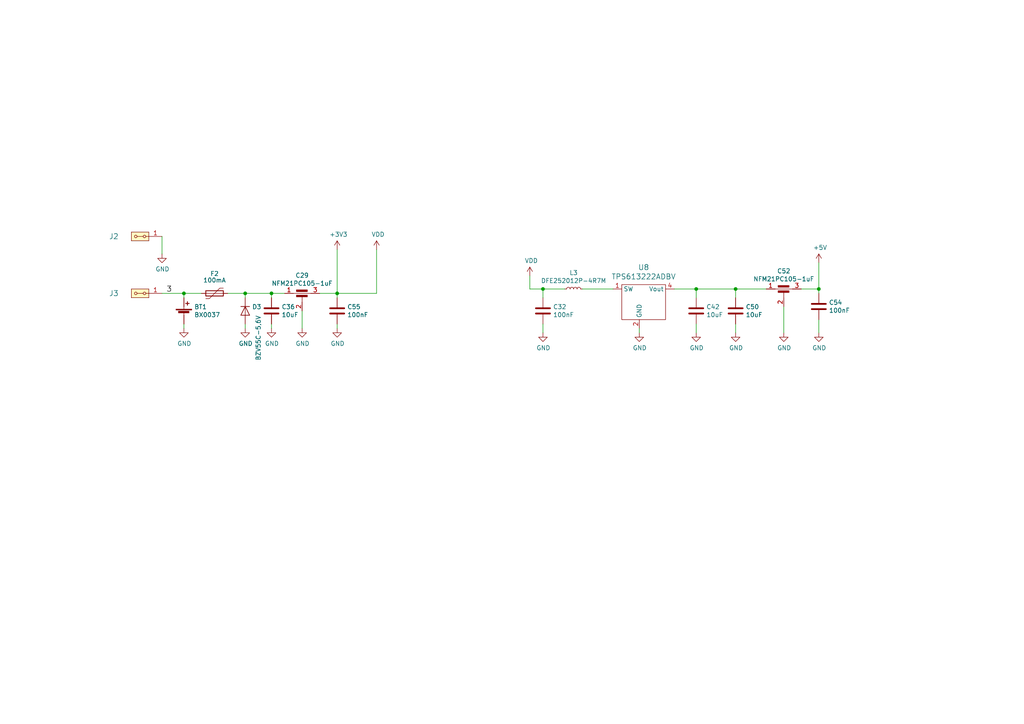
<source format=kicad_sch>
(kicad_sch (version 20210621) (generator eeschema)
  (paper "A4")
  (lib_symbols
    (symbol "Device:Battery_Cell" (pin_numbers hide) (pin_names (offset 0) hide)
      (property "Reference" "BT" (at 2.54 2.54 0))
      (property "Value" "Battery_Cell" (at 2.54 0 0))
      (symbol "Battery_Cell_0_1"
        (rectangle (start -2.286 1.778) (end 2.286 1.524) (fill (type outline)))
        (rectangle (start -1.5748 1.1938) (end 1.4732 0.6858) (fill (type outline)))
        (polyline (pts (xy 0 0.762) (xy 0 0)))
        (polyline (pts (xy 0 1.778) (xy 0 2.54)))
        (polyline (pts (xy 0.508 3.429) (xy 1.524 3.429)) (stroke (width 0.254)))
        (polyline (pts (xy 1.016 3.937) (xy 1.016 2.921)) (stroke (width 0.254)))
      )
      (symbol "Battery_Cell_1_1"
        (pin passive line (at 0 5.08 270) (length 2.54) (name "+") (number "1"))
        (pin passive line (at 0 -2.54 90) (length 2.54) (name "-") (number "2"))
      )
    )
    (symbol "Device:L_Small" (pin_numbers hide) (pin_names (offset 0.254) hide)
      (property "Reference" "L" (at 0.762 1.016 0))
      (property "Value" "L_Small" (at 0.762 -1.016 0))
      (symbol "L_Small_0_1"
        (arc (start 0 -2.032) (mid 0.508 -1.524) (end 0 -1.016))
        (arc (start 0 -1.016) (mid 0.508 -0.508) (end 0 0))
        (arc (start 0 0) (mid 0.508 0.508) (end 0 1.016))
        (arc (start 0 1.016) (mid 0.508 1.524) (end 0 2.032))
      )
      (symbol "L_Small_1_1"
        (pin passive line (at 0 2.54 270) (length 0.508) (name "~") (number "1"))
        (pin passive line (at 0 -2.54 90) (length 0.508) (name "~") (number "2"))
      )
    )
    (symbol "MLAB_HEADER:HEADER_2x01_PARALLEL" (pin_names (offset 1.016))
      (property "Reference" "J" (at 0 -2.54 0))
      (property "Value" "HEADER_2x01_PARALLEL" (at 0 2.54 0))
      (symbol "HEADER_2x01_PARALLEL_0_1"
        (rectangle (start -2.54 1.27) (end 2.54 -1.27) (fill (type background)))
        (circle (center -1.27 0) (radius 0.381))
        (polyline (pts (xy -1.651 0) (xy -2.54 0)))
        (polyline (pts (xy -0.889 0) (xy 0.889 0)))
        (circle (center 1.27 0) (radius 0.381))
      )
      (symbol "HEADER_2x01_PARALLEL_1_1"
        (pin input line (at -6.35 0 0) (length 3.81) (name "~") (number "1"))
        (pin input line (at -6.35 0 0) (length 3.81) hide (name "~") (number "2"))
      )
    )
    (symbol "MLAB_IO:TPS61322xA"
      (property "Reference" "U" (at 0 0 0))
      (property "Value" "TPS61322xA" (at 7.62 7.62 0))
      (symbol "TPS61322xA_0_1"
        (rectangle (start -5.08 3.81) (end 7.62 -6.35))
      )
      (symbol "TPS61322xA_1_1"
        (pin unspecified line (at -7.62 2.54 0) (length 2.54) (name "SW") (number "1"))
        (pin unspecified line (at 0 -8.89 90) (length 2.54) (name "GND") (number "2"))
        (pin unspecified line (at 10.16 2.54 180) (length 2.54) (name "Vout") (number "4"))
      )
    )
    (symbol "SPACEDOS02A_PCB01A-rescue:C-device-DATALOGGER01A-rescue-CCP2019V01A-rescue-SPACEDOS01A_PCB01A-rescue-SPACEDOS01B_PCB01A-rescue" (pin_numbers hide) (pin_names (offset 0.254))
      (property "Reference" "C" (at 0.635 2.54 0))
      (property "Value" "C-device-DATALOGGER01A-rescue-CCP2019V01A-rescue-SPACEDOS01A_PCB01A-rescue-SPACEDOS01B_PCB01A-rescue" (at 0.635 -2.54 0))
      (symbol "C-device-DATALOGGER01A-rescue-CCP2019V01A-rescue-SPACEDOS01A_PCB01A-rescue-SPACEDOS01B_PCB01A-rescue_0_1"
        (polyline (pts (xy -2.032 -0.762) (xy 2.032 -0.762)) (stroke (width 0.508)))
        (polyline (pts (xy -2.032 0.762) (xy 2.032 0.762)) (stroke (width 0.508)))
      )
      (symbol "C-device-DATALOGGER01A-rescue-CCP2019V01A-rescue-SPACEDOS01A_PCB01A-rescue-SPACEDOS01B_PCB01A-rescue_1_1"
        (pin passive line (at 0 3.81 270) (length 2.794) (name "~") (number "1"))
        (pin passive line (at 0 -3.81 90) (length 2.794) (name "~") (number "2"))
      )
    )
    (symbol "SPACEDOS02A_PCB01A-rescue:D-device-DATALOGGER01A-rescue-CCP2019V01A-rescue-SPACEDOS01A_PCB01A-rescue-SPACEDOS01B_PCB01A-rescue" (pin_numbers hide) (pin_names (offset 1.016) hide)
      (property "Reference" "D" (at 0 2.54 0))
      (property "Value" "D-device-DATALOGGER01A-rescue-CCP2019V01A-rescue-SPACEDOS01A_PCB01A-rescue-SPACEDOS01B_PCB01A-rescue" (at 0 -2.54 0))
      (symbol "D-device-DATALOGGER01A-rescue-CCP2019V01A-rescue-SPACEDOS01A_PCB01A-rescue-SPACEDOS01B_PCB01A-rescue_0_1"
        (polyline (pts (xy -1.27 1.27) (xy -1.27 -1.27)) (stroke (width 0.2032)))
        (polyline (pts (xy 1.27 0) (xy -1.27 0)))
        (polyline (pts (xy 1.27 1.27) (xy 1.27 -1.27) (xy -1.27 0) (xy 1.27 1.27)) (stroke (width 0.2032)))
      )
      (symbol "D-device-DATALOGGER01A-rescue-CCP2019V01A-rescue-SPACEDOS01A_PCB01A-rescue-SPACEDOS01B_PCB01A-rescue_1_1"
        (pin passive line (at -3.81 0 0) (length 2.54) (name "K") (number "1"))
        (pin passive line (at 3.81 0 180) (length 2.54) (name "A") (number "2"))
      )
    )
    (symbol "SPACEDOS02A_PCB01A-rescue:EMI_Filter_C-device-DATALOGGER01A-rescue-CCP2019V01A-rescue-SPACEDOS01A_PCB01A-rescue-SPACEDOS01B_PCB01A-rescue" (pin_names (offset 0.254) hide)
      (property "Reference" "C" (at 0 7.62 0))
      (property "Value" "EMI_Filter_C-device-DATALOGGER01A-rescue-CCP2019V01A-rescue-SPACEDOS01A_PCB01A-rescue-SPACEDOS01B_PCB01A-rescue" (at 0 5.715 0))
      (symbol "EMI_Filter_C-device-DATALOGGER01A-rescue-CCP2019V01A-rescue-SPACEDOS01A_PCB01A-rescue-SPACEDOS01B_PCB01A-rescue_0_1"
        (rectangle (start -1.651 1.524) (end 1.524 2.032) (fill (type outline)))
        (polyline (pts (xy -2.54 2.54) (xy 2.54 2.54)))
        (polyline (pts (xy 0 0) (xy 0 1.778)))
        (rectangle (start 1.524 3.048) (end -1.651 3.556) (fill (type outline)))
      )
      (symbol "EMI_Filter_C-device-DATALOGGER01A-rescue-CCP2019V01A-rescue-SPACEDOS01A_PCB01A-rescue-SPACEDOS01B_PCB01A-rescue_1_1"
        (pin passive line (at -5.08 2.54 0) (length 2.54) (name "1") (number "1"))
        (pin passive line (at 0 -2.54 90) (length 2.54) (name "2") (number "2"))
        (pin passive line (at 5.08 2.54 180) (length 2.54) (name "3") (number "3"))
      )
    )
    (symbol "SPACEDOS02A_PCB01A-rescue:Polyfuse-device-DATALOGGER01A-rescue-CCP2019V01A-rescue-SPACEDOS01A_PCB01A-rescue-SPACEDOS01B_PCB01A-rescue-SPACEDOS01B_PCB01A-rescue" (pin_numbers hide) (pin_names (offset 0))
      (property "Reference" "F" (at -2.54 0 90))
      (property "Value" "Polyfuse-device-DATALOGGER01A-rescue-CCP2019V01A-rescue-SPACEDOS01A_PCB01A-rescue-SPACEDOS01B_PCB01A-rescue-SPACEDOS01B_PCB01A-rescue" (at 2.54 0 90))
      (symbol "Polyfuse-device-DATALOGGER01A-rescue-CCP2019V01A-rescue-SPACEDOS01A_PCB01A-rescue-SPACEDOS01B_PCB01A-rescue-SPACEDOS01B_PCB01A-rescue_0_1"
        (rectangle (start -0.762 2.54) (end 0.762 -2.54) (stroke (width 0.254)))
        (polyline (pts (xy 0 2.54) (xy 0 -2.54)))
        (polyline (pts (xy -1.524 2.54) (xy -1.524 1.524) (xy 1.524 -1.524) (xy 1.524 -2.54)))
      )
      (symbol "Polyfuse-device-DATALOGGER01A-rescue-CCP2019V01A-rescue-SPACEDOS01A_PCB01A-rescue-SPACEDOS01B_PCB01A-rescue-SPACEDOS01B_PCB01A-rescue_1_1"
        (pin passive line (at 0 3.81 270) (length 1.27) (name "~") (number "1"))
        (pin passive line (at 0 -3.81 90) (length 1.27) (name "~") (number "2"))
      )
    )
    (symbol "power:+3.3V" (power) (pin_names (offset 0))
      (property "Value" "+3.3V" (at 0 3.556 0))
      (symbol "+3.3V_0_1"
        (polyline (pts (xy -0.762 1.27) (xy 0 2.54)))
        (polyline (pts (xy 0 0) (xy 0 2.54)))
        (polyline (pts (xy 0 2.54) (xy 0.762 1.27)))
      )
      (symbol "+3.3V_1_1"
        (pin power_in line (at 0 0 90) (length 0) hide (name "+3V3") (number "1"))
      )
    )
    (symbol "power:+5V" (power) (pin_names (offset 0))
      (property "Value" "+5V" (at 0 3.556 0))
      (symbol "+5V_0_1"
        (polyline (pts (xy -0.762 1.27) (xy 0 2.54)))
        (polyline (pts (xy 0 0) (xy 0 2.54)))
        (polyline (pts (xy 0 2.54) (xy 0.762 1.27)))
      )
      (symbol "+5V_1_1"
        (pin power_in line (at 0 0 90) (length 0) hide (name "+5V") (number "1"))
      )
    )
    (symbol "power:GND" (power) (pin_names (offset 0))
      (property "Value" "GND" (at 0 -3.81 0))
      (symbol "GND_0_1"
        (polyline (pts (xy 0 0) (xy 0 -1.27) (xy 1.27 -1.27) (xy 0 -2.54) (xy -1.27 -1.27) (xy 0 -1.27)))
      )
      (symbol "GND_1_1"
        (pin power_in line (at 0 0 270) (length 0) hide (name "GND") (number "1"))
      )
    )
    (symbol "power:VDD" (power) (pin_names (offset 0))
      (property "Value" "VDD" (at 0 3.81 0))
      (symbol "VDD_0_1"
        (polyline (pts (xy -0.762 1.27) (xy 0 2.54)))
        (polyline (pts (xy 0 0) (xy 0 2.54)))
        (polyline (pts (xy 0 2.54) (xy 0.762 1.27)))
      )
      (symbol "VDD_1_1"
        (pin power_in line (at 0 0 90) (length 0) hide (name "VDD") (number "1"))
      )
    )
  )
  (junction (at 53.34 85.09))
  (junction (at 71.12 85.09))
  (junction (at 78.74 85.09))
  (junction (at 97.79 85.09))
  (junction (at 157.48 83.82))
  (junction (at 201.93 83.82))
  (junction (at 213.36 83.82))
  (junction (at 237.49 83.82))
  (wire (pts (xy 46.99 68.58) (xy 46.99 73.66)))
  (wire (pts (xy 46.99 85.09) (xy 53.34 85.09)))
  (wire (pts (xy 53.34 85.09) (xy 58.42 85.09)))
  (wire (pts (xy 53.34 86.36) (xy 53.34 85.09)))
  (wire (pts (xy 53.34 93.98) (xy 53.34 95.25)))
  (wire (pts (xy 66.04 85.09) (xy 71.12 85.09)))
  (wire (pts (xy 71.12 85.09) (xy 78.74 85.09)))
  (wire (pts (xy 71.12 86.36) (xy 71.12 85.09)))
  (wire (pts (xy 71.12 95.25) (xy 71.12 93.98)))
  (wire (pts (xy 78.74 85.09) (xy 82.55 85.09)))
  (wire (pts (xy 78.74 86.36) (xy 78.74 85.09)))
  (wire (pts (xy 78.74 93.98) (xy 78.74 95.25)))
  (wire (pts (xy 87.63 90.17) (xy 87.63 95.25)))
  (wire (pts (xy 92.71 85.09) (xy 97.79 85.09)))
  (wire (pts (xy 97.79 72.39) (xy 97.79 85.09)))
  (wire (pts (xy 97.79 85.09) (xy 97.79 86.36)))
  (wire (pts (xy 97.79 85.09) (xy 109.22 85.09)))
  (wire (pts (xy 97.79 95.25) (xy 97.79 93.98)))
  (wire (pts (xy 109.22 85.09) (xy 109.22 72.39)))
  (wire (pts (xy 153.67 80.01) (xy 153.67 83.82)))
  (wire (pts (xy 153.67 83.82) (xy 157.48 83.82)))
  (wire (pts (xy 157.48 83.82) (xy 157.48 86.36)))
  (wire (pts (xy 157.48 83.82) (xy 163.83 83.82)))
  (wire (pts (xy 157.48 93.98) (xy 157.48 96.52)))
  (wire (pts (xy 168.91 83.82) (xy 177.8 83.82)))
  (wire (pts (xy 185.42 96.52) (xy 185.42 95.25)))
  (wire (pts (xy 195.58 83.82) (xy 201.93 83.82)))
  (wire (pts (xy 201.93 83.82) (xy 213.36 83.82)))
  (wire (pts (xy 201.93 86.36) (xy 201.93 83.82)))
  (wire (pts (xy 201.93 96.52) (xy 201.93 93.98)))
  (wire (pts (xy 213.36 83.82) (xy 222.25 83.82)))
  (wire (pts (xy 213.36 86.36) (xy 213.36 83.82)))
  (wire (pts (xy 213.36 96.52) (xy 213.36 93.98)))
  (wire (pts (xy 227.33 88.9) (xy 227.33 96.52)))
  (wire (pts (xy 232.41 83.82) (xy 237.49 83.82)))
  (wire (pts (xy 237.49 76.2) (xy 237.49 83.82)))
  (wire (pts (xy 237.49 83.82) (xy 237.49 85.09)))
  (wire (pts (xy 237.49 92.71) (xy 237.49 96.52)))
  (label "3" (at 48.26 85.09 0) (effects (font (size 1.524 1.524))))
  (symbol (lib_id "power:+3.3V") (at 97.79 72.39 0) (unit 1)
    (property "Reference" "#PWR0173" (effects hide))
    (property "Value" "+3.3V" (at 98.171 67.9958 0))
  )
  (symbol (lib_id "power:VDD") (at 109.22 72.39 0)
    (property "Reference" "#PWR0174" (effects hide))
    (property "Value" "VDD" (at 109.6518 67.9958 0))
  )
  (symbol (lib_id "power:VDD") (at 153.67 80.01 0)
    (property "Reference" "#PWR0161" (effects hide))
    (property "Value" "VDD" (at 154.1018 75.6158 0))
  )
  (symbol (lib_id "power:+5V") (at 237.49 76.2 0) (unit 1)
    (property "Reference" "#PWR0152" (effects hide))
    (property "Value" "+5V" (at 237.871 71.8058 0))
  )
  (symbol (lib_id "Device:L_Small") (at 166.37 83.82 90) (unit 1)
    (property "Reference" "L3" (at 166.37 79.121 90))
    (property "Value" "DFE252012P-4R7M" (at 166.37 81.4324 90))
    (property "Footprint" "Resistor_SMD:R_0805_2012Metric_Pad1.15x1.40mm_HandSolder" (effects hide))
    (property "UST_ID" "5cc3309d128750448e54e8d8" (effects hide))
  )
  (symbol (lib_id "power:GND") (at 46.99 73.66 0)
    (property "Reference" "#PWR0141" (effects hide))
    (property "Value" "GND" (at 47.117 78.0542 0))
  )
  (symbol (lib_id "power:GND") (at 53.34 95.25 0)
    (property "Reference" "#PWR0138" (effects hide))
    (property "Value" "GND" (at 53.467 99.6442 0))
  )
  (symbol (lib_id "power:GND") (at 71.12 95.25 0)
    (property "Reference" "#PWR0113" (effects hide))
    (property "Value" "GND" (at 71.247 99.6442 0))
  )
  (symbol (lib_id "power:GND") (at 78.74 95.25 0)
    (property "Reference" "#PWR0114" (effects hide))
    (property "Value" "GND" (at 78.867 99.6442 0))
  )
  (symbol (lib_id "power:GND") (at 87.63 95.25 0)
    (property "Reference" "#PWR0139" (effects hide))
    (property "Value" "GND" (at 87.757 99.6442 0))
  )
  (symbol (lib_id "power:GND") (at 97.79 95.25 0)
    (property "Reference" "#PWR0137" (effects hide))
    (property "Value" "GND" (at 97.917 99.6442 0))
  )
  (symbol (lib_id "power:GND") (at 157.48 96.52 0)
    (property "Reference" "#PWR0168" (effects hide))
    (property "Value" "GND" (at 157.607 100.9142 0))
  )
  (symbol (lib_id "power:GND") (at 185.42 96.52 0)
    (property "Reference" "#PWR0163" (effects hide))
    (property "Value" "GND" (at 185.547 100.9142 0))
  )
  (symbol (lib_id "power:GND") (at 201.93 96.52 0)
    (property "Reference" "#PWR0164" (effects hide))
    (property "Value" "GND" (at 202.057 100.9142 0))
  )
  (symbol (lib_id "power:GND") (at 213.36 96.52 0)
    (property "Reference" "#PWR0166" (effects hide))
    (property "Value" "GND" (at 213.487 100.9142 0))
  )
  (symbol (lib_id "power:GND") (at 227.33 96.52 0)
    (property "Reference" "#PWR0171" (effects hide))
    (property "Value" "GND" (at 227.457 100.9142 0))
  )
  (symbol (lib_id "power:GND") (at 237.49 96.52 0)
    (property "Reference" "#PWR0170" (effects hide))
    (property "Value" "GND" (at 237.617 100.9142 0))
  )
  (symbol (lib_id "SPACEDOS02A_PCB01A-rescue:D-device-DATALOGGER01A-rescue-CCP2019V01A-rescue-SPACEDOS01A_PCB01A-rescue-SPACEDOS01B_PCB01A-rescue") (at 71.12 90.17 270)
    (property "Reference" "D3" (at 73.1266 89.0016 90) (effects (justify left)))
    (property "Value" "BZV55C-5,6V" (at 74.93 91.44 0) (effects (justify left)))
    (property "Footprint" "Diode_SMD:D_MiniMELF" (effects hide))
    (property "UST_ID" "5c70984512875079b91f88b2" (effects hide))
  )
  (symbol (lib_id "MLAB_HEADER:HEADER_2x01_PARALLEL") (at 40.64 68.58 180) (unit 1)
    (property "Reference" "J2" (at 33.02 68.58 0) (effects (font (size 1.524 1.524))))
    (property "Value" "HEADER_2x01_PARALLEL" (effects hide))
    (property "Footprint" "Mlab_Pin_Headers:Straight_1x02" (effects hide))
  )
  (symbol (lib_id "MLAB_HEADER:HEADER_2x01_PARALLEL") (at 40.64 85.09 180) (unit 1)
    (property "Reference" "J3" (at 33.02 85.09 0) (effects (font (size 1.524 1.524))))
    (property "Value" "HEADER_2x01_PARALLEL" (effects hide))
    (property "Footprint" "Mlab_Pin_Headers:Straight_1x02" (effects hide))
  )
  (symbol (lib_id "SPACEDOS02A_PCB01A-rescue:Polyfuse-device-DATALOGGER01A-rescue-CCP2019V01A-rescue-SPACEDOS01A_PCB01A-rescue-SPACEDOS01B_PCB01A-rescue-SPACEDOS01B_PCB01A-rescue") (at 62.23 85.09 270)
    (property "Reference" "F2" (at 62.23 79.375 90))
    (property "Value" "100mA" (at 62.23 81.28 90))
    (property "Footprint" "Mlab_R:SMD-0805" (effects hide))
    (property "UST_ID" "5cc331a7128750448e54e8fa" (effects hide))
  )
  (symbol (lib_id "Device:Battery_Cell") (at 53.34 91.44 0) (unit 1)
    (property "Reference" "BT1" (at 56.3372 89.0016 0) (effects (justify left)))
    (property "Value" "BX0037" (at 56.3372 91.313 0) (effects (justify left)))
    (property "Footprint" "Mlab_Batery:BX0037_nez_sroubu" (effects hide))
    (property "UST_ID" "5c70984412875079b91f87ed" (effects hide))
  )
  (symbol (lib_id "SPACEDOS02A_PCB01A-rescue:C-device-DATALOGGER01A-rescue-CCP2019V01A-rescue-SPACEDOS01A_PCB01A-rescue-SPACEDOS01B_PCB01A-rescue") (at 78.74 90.17 0)
    (property "Reference" "C36" (at 81.661 89.0016 0) (effects (justify left)))
    (property "Value" "10uF" (at 81.661 91.313 0) (effects (justify left)))
    (property "Footprint" "Mlab_R:SMD-0805" (effects hide))
    (property "UST_ID" "5c70984812875079b91f8bbd" (effects hide))
  )
  (symbol (lib_id "SPACEDOS02A_PCB01A-rescue:C-device-DATALOGGER01A-rescue-CCP2019V01A-rescue-SPACEDOS01A_PCB01A-rescue-SPACEDOS01B_PCB01A-rescue") (at 97.79 90.17 0)
    (property "Reference" "C55" (at 100.711 89.0016 0) (effects (justify left)))
    (property "Value" "100nF" (at 100.711 91.313 0) (effects (justify left)))
    (property "Footprint" "Mlab_R:SMD-0805" (effects hide))
    (property "UST_ID" "5c70984712875079b91f8b4c" (effects hide))
  )
  (symbol (lib_id "SPACEDOS02A_PCB01A-rescue:C-device-DATALOGGER01A-rescue-CCP2019V01A-rescue-SPACEDOS01A_PCB01A-rescue-SPACEDOS01B_PCB01A-rescue") (at 157.48 90.17 0)
    (property "Reference" "C32" (at 160.401 89.0016 0) (effects (justify left)))
    (property "Value" "100nF" (at 160.401 91.313 0) (effects (justify left)))
    (property "Footprint" "Mlab_R:SMD-0805" (effects hide))
    (property "UST_ID" "5c70984712875079b91f8b4c" (effects hide))
  )
  (symbol (lib_id "SPACEDOS02A_PCB01A-rescue:C-device-DATALOGGER01A-rescue-CCP2019V01A-rescue-SPACEDOS01A_PCB01A-rescue-SPACEDOS01B_PCB01A-rescue") (at 201.93 90.17 0)
    (property "Reference" "C42" (at 204.851 89.0016 0) (effects (justify left)))
    (property "Value" "10uF" (at 204.851 91.313 0) (effects (justify left)))
    (property "Footprint" "Mlab_R:SMD-0805" (effects hide))
    (property "UST_ID" "5c70984812875079b91f8bbd" (effects hide))
  )
  (symbol (lib_id "SPACEDOS02A_PCB01A-rescue:C-device-DATALOGGER01A-rescue-CCP2019V01A-rescue-SPACEDOS01A_PCB01A-rescue-SPACEDOS01B_PCB01A-rescue") (at 213.36 90.17 0)
    (property "Reference" "C50" (at 216.281 89.0016 0) (effects (justify left)))
    (property "Value" "10uF" (at 216.281 91.313 0) (effects (justify left)))
    (property "Footprint" "Mlab_R:SMD-0805" (effects hide))
    (property "UST_ID" "5c70984812875079b91f8bbd" (effects hide))
  )
  (symbol (lib_id "SPACEDOS02A_PCB01A-rescue:C-device-DATALOGGER01A-rescue-CCP2019V01A-rescue-SPACEDOS01A_PCB01A-rescue-SPACEDOS01B_PCB01A-rescue") (at 237.49 88.9 0)
    (property "Reference" "C54" (at 240.411 87.7316 0) (effects (justify left)))
    (property "Value" "100nF" (at 240.411 90.043 0) (effects (justify left)))
    (property "Footprint" "Mlab_R:SMD-0805" (effects hide))
    (property "UST_ID" "5c70984712875079b91f8b4c" (effects hide))
  )
  (symbol (lib_id "SPACEDOS02A_PCB01A-rescue:EMI_Filter_C-device-DATALOGGER01A-rescue-CCP2019V01A-rescue-SPACEDOS01A_PCB01A-rescue-SPACEDOS01B_PCB01A-rescue") (at 87.63 87.63 0)
    (property "Reference" "C29" (at 87.63 79.883 0))
    (property "Value" "NFM21PC105-1uF" (at 87.63 82.1944 0))
    (property "Footprint" "Mlab_L:FIR_0805" (effects hide))
    (property "Datasheet" "http://www.murata.com/~/media/webrenewal/support/library/catalog/products/emc/emifil/c31e.ashx?la=en-gb" (effects hide))
    (property "UST_ID" "5c70984412875079b91f880f" (effects hide))
  )
  (symbol (lib_id "SPACEDOS02A_PCB01A-rescue:EMI_Filter_C-device-DATALOGGER01A-rescue-CCP2019V01A-rescue-SPACEDOS01A_PCB01A-rescue-SPACEDOS01B_PCB01A-rescue") (at 227.33 86.36 0)
    (property "Reference" "C52" (at 227.33 78.613 0))
    (property "Value" "NFM21PC105-1uF" (at 227.33 80.9244 0))
    (property "Footprint" "Mlab_L:FIR_0805" (effects hide))
    (property "Datasheet" "http://www.murata.com/~/media/webrenewal/support/library/catalog/products/emc/emifil/c31e.ashx?la=en-gb" (effects hide))
    (property "UST_ID" "5c70984412875079b91f880f" (effects hide))
  )
  (symbol (lib_id "MLAB_IO:TPS61322xA") (at 185.42 86.36 0) (unit 1)
    (property "Reference" "U8" (at 186.69 77.5462 0) (effects (font (size 1.524 1.524))))
    (property "Value" "TPS613222ADBV" (at 186.69 80.2386 0) (effects (font (size 1.524 1.524))))
    (property "Footprint" "Package_TO_SOT_SMD:SOT-23-5" (effects hide))
    (property "UST_ID" "5c7190ae1287500b4e112e04" (effects hide))
  )
)
</source>
